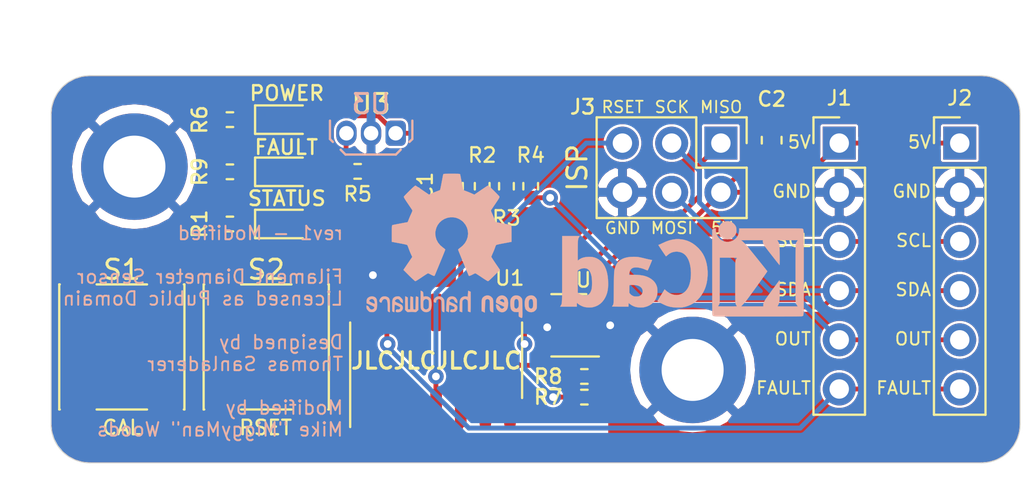
<source format=kicad_pcb>
(kicad_pcb (version 20171130) (host pcbnew "(5.1.9)-1")
  (layers (0 Top signal) (31 Bottom signal) (34 B.Paste user) (35 F.Paste user) (36 B.SilkS user) (37 F.SilkS user) (38 B.Mask user) (39 F.Mask user) (44 Edge.Cuts user))
  (net 0 "")
  (net 1 GND)
  (net 2 /FAULT)
  (net 3 /OUT)
  (net 4 /SDA)
  (net 5 /RESET)
  (net 6 /MISO)
  (net 7 /IN)
  (net 8 /+5v)
  (net 9 "Net-(S1-Pad1)")
  (net 10 /PWM)
  (net 11 "Net-(R5-Pad2)")
  (net 12 "Net-(U1-Pad3)")
  (net 13 "Net-(U1-Pad11)")
  (net 14 "Net-(U1-Pad12)")
  (net 15 /SCL)
  (net 16 "Net-(D1-Pad1)")
  (net 17 "Net-(D2-Pad1)")
  (net 18 "Net-(D3-Pad1)")
  (net 19 /STATUS)
  (module Symbol:KiCad-Logo_5mm_SilkScreen (layer Bottom) (at 156.057762 105.501488 180)
    (fp_text reference REF** hide)
    (fp_text value KiCad-Logo_5mm_SilkScreen hide)
  )
  (module Symbol:OSHW-Logo2_9.8x8mm_SilkScreen (layer Bottom) (at 144.1704 103.7844 180)
    (fp_text reference REF** hide)
    (fp_text value OSHW-Logo2_9.8x8mm_SilkScreen hide)
  )
  (module Connector_PinHeader_2.54mm:PinHeader_2x03_P2.54mm_Vertical (layer Top) (at 158.0596 98.4885 270)
    (fp_text reference J3 (at -1.8696 7.1328 180) (layer F.SilkS) (effects (font (size 0.75 0.75) (thickness 0.13))))
    (fp_text value ISP (at 1.27 7.41 90) (layer F.SilkS))
    (pad 6 thru_hole oval (at 2.54 5.08 270) (size 1.7 1.7) (drill 1) (layers *.Cu *.Mask) (net 1 GND))
    (pad 5 thru_hole oval (at 0 5.08 270) (size 1.7 1.7) (drill 1) (layers *.Cu *.Mask) (net 5 /RESET))
    (pad 4 thru_hole oval (at 2.54 2.54 270) (size 1.7 1.7) (drill 1) (layers *.Cu *.Mask) (net 4 /SDA))
    (pad 3 thru_hole oval (at 0 2.54 270) (size 1.7 1.7) (drill 1) (layers *.Cu *.Mask) (net 15 /SCL))
    (pad 2 thru_hole oval (at 2.54 0 270) (size 1.7 1.7) (drill 1) (layers *.Cu *.Mask) (net 8 /+5v))
    (pad 1 thru_hole rect (at 0 0 270) (size 1.7 1.7) (drill 1) (layers *.Cu *.Mask) (net 6 /MISO))
  )
  (module Package_SO:SOIC-14_3.9x8.7mm_P1.27mm (layer Top) (at 143.3683 109.7036 90)
    (fp_text reference U1 (at 4.2428 3.795001 180) (layer F.SilkS) (effects (font (size 0.75 0.75) (thickness 0.12))))
    (fp_text value ATtiny84-20SSU)
    (pad 1 smd roundrect (at -2.475 -3.81 90) (size 1.95 0.6) (layers Top F.Paste F.Mask) (net 8 /+5v))
    (pad 2 smd roundrect (at -2.475 -2.54 90) (size 1.95 0.6) (layers Top F.Paste F.Mask) (net 19 /STATUS))
    (pad 3 smd roundrect (at -2.475 -1.27 90) (size 1.95 0.6) (layers Top F.Paste F.Mask) (net 12 "Net-(U1-Pad3)"))
    (pad 4 smd roundrect (at -2.475 0 90) (size 1.95 0.6) (layers Top F.Paste F.Mask) (net 5 /RESET))
    (pad 5 smd roundrect (at -2.475 1.27 90) (size 1.95 0.6) (layers Top F.Paste F.Mask) (net 9 "Net-(S1-Pad1)"))
    (pad 6 smd roundrect (at -2.475 2.54 90) (size 1.95 0.6) (layers Top F.Paste F.Mask) (net 10 /PWM))
    (pad 7 smd roundrect (at -2.475 3.81 90) (size 1.95 0.6) (layers Top F.Paste F.Mask) (net 4 /SDA))
    (pad 8 smd roundrect (at 2.475 3.81 90) (size 1.95 0.6) (layers Top F.Paste F.Mask) (net 6 /MISO))
    (pad 9 smd roundrect (at 2.475 2.54 90) (size 1.95 0.6) (layers Top F.Paste F.Mask) (net 15 /SCL))
    (pad 10 smd roundrect (at 2.475 1.27 90) (size 1.95 0.6) (layers Top F.Paste F.Mask) (net 7 /IN))
    (pad 11 smd roundrect (at 2.475 0 90) (size 1.95 0.6) (layers Top F.Paste F.Mask) (net 13 "Net-(U1-Pad11)"))
    (pad 12 smd roundrect (at 2.475 -1.27 90) (size 1.95 0.6) (layers Top F.Paste F.Mask) (net 14 "Net-(U1-Pad12)"))
    (pad 13 smd roundrect (at 2.475 -2.54 90) (size 1.95 0.6) (layers Top F.Paste F.Mask) (net 2 /FAULT))
    (pad 14 smd roundrect (at 2.475 -3.81 90) (size 1.95 0.6) (layers Top F.Paste F.Mask) (net 1 GND))
  )
  (module LED_SMD:LED_0603_1608Metric_Pad1.05x0.95mm_HandSolder (layer Top) (at 135.6868 102.6668)
    (fp_text reference D1)
    (fp_text value STATUS (at -0.0225 -1.3208) (layer F.SilkS) (effects (font (size 0.75 0.75) (thickness 0.13))))
    (pad 1 smd roundrect (at -0.875 0) (size 1.05 0.95) (layers Top F.Paste F.Mask) (net 16 "Net-(D1-Pad1)"))
    (pad 2 smd roundrect (at 0.875 0) (size 1.05 0.95) (layers Top F.Paste F.Mask) (net 19 /STATUS))
  )
  (module MountingHole:MountingHole_3.2mm_M3_ISO14580_Pad (layer Top) (at 156.6011 110.2036)
    (fp_text reference H1)
    (fp_text value MountingHole_Pad)
    (pad 1 thru_hole circle (at 0 0) (size 5.5 5.5) (drill 3.2) (layers *.Cu *.Mask) (net 1 GND))
  )
  (module MountingHole:MountingHole_3.2mm_M3_ISO14580_Pad (layer Top) (at 127.8011 99.7036)
    (fp_text reference H2)
    (fp_text value MountingHole_Pad)
    (pad 1 thru_hole circle (at 0 0) (size 5.5 5.5) (drill 3.2) (layers *.Cu *.Mask) (net 1 GND))
  )
  (module Package_TO_SOT_THT:TO-92Flat (layer Bottom) (at 141.2811 97.9794 180)
    (fp_text reference U3 (at 1.27 1.5102) (layer B.SilkS) (effects (justify mirror)))
    (fp_text value SS49X)
    (pad 2 thru_hole oval (at 1.27 0 180) (size 1.05 1.3) (drill 0.75) (layers *.Cu *.Mask) (net 1 GND))
    (pad 3 thru_hole oval (at 2.54 0 180) (size 1.05 1.3) (drill 0.75) (layers *.Cu *.Mask) (net 11 "Net-(R5-Pad2)"))
    (pad 1 thru_hole roundrect (at 0 0 180) (size 1.05 1.3) (drill 0.75) (layers *.Cu *.Mask) (roundrect_rratio 0.238) (net 8 /+5v))
  )
  (module Resistor_SMD:R_0402_1005Metric_Pad0.72x0.64mm_HandSolder (layer Top) (at 132.7283 102.6668)
    (fp_text reference R1 (at -1.5627 0.00255 90) (layer F.SilkS) (effects (font (size 0.75 0.75) (thickness 0.13))))
    (fp_text value 1k)
    (pad 2 smd roundrect (at 0.5975 0) (size 0.715 0.64) (layers Top F.Paste F.Mask) (net 16 "Net-(D1-Pad1)"))
    (pad 1 smd roundrect (at -0.5975 0) (size 0.715 0.64) (layers Top F.Paste F.Mask) (net 1 GND))
  )
  (module Resistor_SMD:R_0402_1005Metric_Pad0.72x0.64mm_HandSolder (layer Top) (at 145.744925 100.7161 270)
    (fp_text reference R2 (at -1.6053 0 180) (layer F.SilkS) (effects (font (size 0.75 0.75) (thickness 0.12))))
    (fp_text value 36k)
    (pad 2 smd roundrect (at 0.5975 0 270) (size 0.715 0.64) (layers Top F.Paste F.Mask) (net 10 /PWM))
    (pad 1 smd roundrect (at -0.5975 0 270) (size 0.715 0.64) (layers Top F.Paste F.Mask) (net 3 /OUT))
  )
  (module Resistor_SMD:R_0402_1005Metric_Pad0.72x0.64mm_HandSolder (layer Top) (at 146.99595 100.7161 90)
    (fp_text reference R3 (at -1.6459 0 180) (layer F.SilkS) (effects (font (size 0.75 0.75) (thickness 0.12))))
    (fp_text value 9k1)
    (pad 1 smd roundrect (at -0.5975 0 90) (size 0.715 0.64) (layers Top F.Paste F.Mask) (net 1 GND))
    (pad 2 smd roundrect (at 0.5975 0 90) (size 0.715 0.64) (layers Top F.Paste F.Mask) (net 3 /OUT))
  )
  (module Resistor_SMD:R_0402_1005Metric_Pad0.72x0.64mm_HandSolder (layer Top) (at 148.246975 100.7161 90)
    (fp_text reference R4 (at 1.6053 0 180) (layer F.SilkS) (effects (font (size 0.75 0.75) (thickness 0.12))))
    (fp_text value 18k)
    (pad 1 smd roundrect (at -0.5975 0 90) (size 0.715 0.64) (layers Top F.Paste F.Mask) (net 3 /OUT))
    (pad 2 smd roundrect (at 0.5975 0 90) (size 0.715 0.64) (layers Top F.Paste F.Mask) (net 8 /+5v))
  )
  (module Resistor_SMD:R_0402_1005Metric_Pad0.72x0.64mm_HandSolder (layer Top) (at 139.319 99.949 180)
    (fp_text reference R5 (at 0 -1.17) (layer F.SilkS) (effects (font (size 0.75 0.75) (thickness 0.12))))
    (fp_text value 4K7)
    (pad 2 smd roundrect (at 0.5975 0 180) (size 0.715 0.64) (layers Top F.Paste F.Mask) (net 11 "Net-(R5-Pad2)"))
    (pad 1 smd roundrect (at -0.5975 0 180) (size 0.715 0.64) (layers Top F.Paste F.Mask) (net 7 /IN))
  )
  (module Button_Switch_SMD:SW_Push_1P1T_NO_6x6mm_H9.5mm (layer Top) (at 127.1524 109.0168 270)
    (fp_text reference S1 (at -3.9925 0 180) (layer F.SilkS))
    (fp_text value CAL (at 4.1656 0 180) (layer F.SilkS) (effects (font (size 0.75 0.75) (thickness 0.12))))
    (pad 2 smd rect (at -3.975 2.25 270) (size 1.55 1.3) (layers Top F.Paste F.Mask) (net 1 GND))
    (pad 1 smd rect (at -3.975 -2.25 270) (size 1.55 1.3) (layers Top F.Paste F.Mask) (net 9 "Net-(S1-Pad1)"))
    (pad 1 smd rect (at 3.975 -2.25 270) (size 1.55 1.3) (layers Top F.Paste F.Mask) (net 9 "Net-(S1-Pad1)"))
    (pad 2 smd rect (at 3.975 2.25 270) (size 1.55 1.3) (layers Top F.Paste F.Mask) (net 1 GND))
  )
  (module Connector_PinHeader_2.54mm:PinHeader_1x06_P2.54mm_Vertical (layer Top) (at 164.1661 98.4885)
    (fp_text reference J1 (at 0 -2.33) (layer F.SilkS) (effects (font (size 0.75 0.75) (thickness 0.12))))
    (fp_text value OUTPUT)
    (pad 1 thru_hole rect (at 0 0) (size 1.7 1.7) (drill 1) (layers *.Cu *.Mask) (net 8 /+5v))
    (pad 2 thru_hole oval (at 0 2.54) (size 1.7 1.7) (drill 1) (layers *.Cu *.Mask) (net 1 GND))
    (pad 3 thru_hole oval (at 0 5.08) (size 1.7 1.7) (drill 1) (layers *.Cu *.Mask) (net 15 /SCL))
    (pad 4 thru_hole oval (at 0 7.62) (size 1.7 1.7) (drill 1) (layers *.Cu *.Mask) (net 4 /SDA))
    (pad 5 thru_hole oval (at 0 10.16) (size 1.7 1.7) (drill 1) (layers *.Cu *.Mask) (net 3 /OUT))
    (pad 6 thru_hole oval (at 0 12.7) (size 1.7 1.7) (drill 1) (layers *.Cu *.Mask) (net 2 /FAULT))
  )
  (module Capacitor_SMD:C_0603_1608Metric_Pad1.05x0.95mm_HandSolder (layer Top) (at 144.2339 100.7161 90)
    (fp_text reference C1 (at 0 -1.43 90) (layer F.SilkS) (effects (font (size 0.75 0.75) (thickness 0.12))))
    (fp_text value 10uF)
    (pad 1 smd roundrect (at -0.875 0 90) (size 1.05 0.95) (layers Top F.Paste F.Mask) (net 3 /OUT))
    (pad 2 smd roundrect (at 0.875 0 90) (size 1.05 0.95) (layers Top F.Paste F.Mask) (net 1 GND))
  )
  (module Capacitor_SMD:C_0603_1608Metric_Pad1.05x0.95mm_HandSolder (layer Top) (at 160.6804 98.3385 90)
    (fp_text reference C2 (at 2.1233 0 180) (layer F.SilkS) (effects (font (size 0.75 0.75) (thickness 0.13))))
    (fp_text value 10uF)
    (pad 2 smd roundrect (at 0.875 0 90) (size 1.05 0.95) (layers Top F.Paste F.Mask) (net 1 GND))
    (pad 1 smd roundrect (at -0.875 0 90) (size 1.05 0.95) (layers Top F.Paste F.Mask) (net 8 /+5v))
  )
  (module LED_SMD:LED_0603_1608Metric_Pad1.05x0.95mm_HandSolder (layer Top) (at 135.6868 97.276901)
    (fp_text reference D2)
    (fp_text value POWER (at -0.0225 -1.366501) (layer F.SilkS) (effects (font (size 0.75 0.75) (thickness 0.13))))
    (pad 1 smd roundrect (at -0.875 0) (size 1.05 0.95) (layers Top F.Paste F.Mask) (net 17 "Net-(D2-Pad1)"))
    (pad 2 smd roundrect (at 0.875 0) (size 1.05 0.95) (layers Top F.Paste F.Mask) (net 8 /+5v))
  )
  (module Resistor_SMD:R_0402_1005Metric_Pad0.72x0.64mm_HandSolder (layer Top) (at 132.7283 97.276901)
    (fp_text reference R6 (at -1.5627 0.005099 90) (layer F.SilkS) (effects (font (size 0.75 0.75) (thickness 0.13))))
    (fp_text value 1k)
    (pad 1 smd roundrect (at -0.5975 0) (size 0.715 0.64) (layers Top F.Paste F.Mask) (net 1 GND))
    (pad 2 smd roundrect (at 0.5975 0) (size 0.715 0.64) (layers Top F.Paste F.Mask) (net 17 "Net-(D2-Pad1)"))
  )
  (module Button_Switch_SMD:SW_Push_1P1T_NO_6x6mm_H9.5mm (layer Top) (at 134.60285 109.0168 90)
    (fp_text reference S2 (at 3.9925 0 180) (layer F.SilkS))
    (fp_text value RSET (at -4.1656 -0.03365 180) (layer F.SilkS) (effects (font (size 0.75 0.75) (thickness 0.12))))
    (pad 2 smd rect (at -3.975 2.25 90) (size 1.55 1.3) (layers Top F.Paste F.Mask) (net 8 /+5v))
    (pad 1 smd rect (at -3.975 -2.25 90) (size 1.55 1.3) (layers Top F.Paste F.Mask) (net 5 /RESET))
    (pad 1 smd rect (at 3.975 -2.25 90) (size 1.55 1.3) (layers Top F.Paste F.Mask) (net 5 /RESET))
    (pad 2 smd rect (at 3.975 2.25 90) (size 1.55 1.3) (layers Top F.Paste F.Mask) (net 8 /+5v))
  )
  (module Package_TO_SOT_SMD:SOT-23-5 (layer Top) (at 150.2156 107.8992 180)
    (fp_text reference U2 (at -1.115001 2.3368) (layer F.SilkS) (effects (font (size 0.75 0.75) (thickness 0.12))))
    (fp_text value AT24C02D-STUM-T)
    (pad 1 smd rect (at -1.1 -0.95 180) (size 1.06 0.65) (layers Top F.Paste F.Mask) (net 15 /SCL))
    (pad 2 smd rect (at -1.1 0 180) (size 1.06 0.65) (layers Top F.Paste F.Mask) (net 1 GND))
    (pad 3 smd rect (at -1.1 0.95 180) (size 1.06 0.65) (layers Top F.Paste F.Mask) (net 4 /SDA))
    (pad 4 smd rect (at 1.1 0.95 180) (size 1.06 0.65) (layers Top F.Paste F.Mask) (net 8 /+5v))
    (pad 5 smd rect (at 1.1 -0.95 180) (size 1.06 0.65) (layers Top F.Paste F.Mask) (net 1 GND))
  )
  (module Resistor_SMD:R_0402_1005Metric_Pad0.72x0.64mm_HandSolder (layer Top) (at 151.0156 111.6076 180)
    (fp_text reference R7 (at 1.8668 0 180) (layer F.SilkS) (effects (font (size 0.75 0.75) (thickness 0.13))))
    (fp_text value 4k7)
    (pad 1 smd roundrect (at -0.5975 0 180) (size 0.715 0.64) (layers Top F.Paste F.Mask) (net 4 /SDA))
    (pad 2 smd roundrect (at 0.5975 0 180) (size 0.715 0.64) (layers Top F.Paste F.Mask) (net 8 /+5v))
  )
  (module Resistor_SMD:R_0402_1005Metric_Pad0.72x0.64mm_HandSolder (layer Top) (at 151.0156 110.5408 180)
    (fp_text reference R8 (at 1.8668 0) (layer F.SilkS) (effects (font (size 0.75 0.75) (thickness 0.13))))
    (fp_text value 4k7)
    (pad 2 smd roundrect (at 0.5975 0 180) (size 0.715 0.64) (layers Top F.Paste F.Mask) (net 8 /+5v))
    (pad 1 smd roundrect (at -0.5975 0 180) (size 0.715 0.64) (layers Top F.Paste F.Mask) (net 15 /SCL))
  )
  (module LED_SMD:LED_0603_1608Metric_Pad1.05x0.95mm_HandSolder (layer Top) (at 135.6868 99.97185)
    (fp_text reference D3)
    (fp_text value FAULT (at -0.0508 -1.27) (layer F.SilkS) (effects (font (size 0.75 0.75) (thickness 0.13))))
    (pad 1 smd roundrect (at -0.875 0) (size 1.05 0.95) (layers Top F.Paste F.Mask) (net 18 "Net-(D3-Pad1)"))
    (pad 2 smd roundrect (at 0.875 0) (size 1.05 0.95) (layers Top F.Paste F.Mask) (net 2 /FAULT))
  )
  (module Resistor_SMD:R_0402_1005Metric_Pad0.72x0.64mm_HandSolder (layer Top) (at 132.7283 99.97185)
    (fp_text reference R9 (at -1.5627 0 90) (layer F.SilkS) (effects (font (size 0.75 0.75) (thickness 0.13))))
    (fp_text value 1k)
    (pad 2 smd roundrect (at 0.5975 0) (size 0.715 0.64) (layers Top F.Paste F.Mask) (net 18 "Net-(D3-Pad1)"))
    (pad 1 smd roundrect (at -0.5975 0) (size 0.715 0.64) (layers Top F.Paste F.Mask) (net 1 GND))
  )
  (module Connector_PinHeader_2.54mm:PinHeader_1x06_P2.54mm_Vertical (layer Top) (at 170.3832 98.4885)
    (fp_text reference J2 (at 0 -2.33) (layer F.SilkS) (effects (font (size 0.75 0.75) (thickness 0.12))))
    (fp_text value OUTPUT)
    (pad 1 thru_hole rect (at 0 0) (size 1.7 1.7) (drill 1) (layers *.Cu *.Mask) (net 8 /+5v))
    (pad 2 thru_hole oval (at 0 2.54) (size 1.7 1.7) (drill 1) (layers *.Cu *.Mask) (net 1 GND))
    (pad 3 thru_hole oval (at 0 5.08) (size 1.7 1.7) (drill 1) (layers *.Cu *.Mask) (net 15 /SCL))
    (pad 4 thru_hole oval (at 0 7.62) (size 1.7 1.7) (drill 1) (layers *.Cu *.Mask) (net 4 /SDA))
    (pad 5 thru_hole oval (at 0 10.16) (size 1.7 1.7) (drill 1) (layers *.Cu *.Mask) (net 3 /OUT))
    (pad 6 thru_hole oval (at 0 12.7) (size 1.7 1.7) (drill 1) (layers *.Cu *.Mask) (net 2 /FAULT))
  )
  (gr_text JLCJLCJLCJLC (at 143.3683 109.728) (layer F.SilkS) (effects (font (size 0.85 0.85) (thickness 0.16))))
  (gr_text 5V (at 161.457277 98.819) (layer F.SilkS) (effects (font (size 0.65 0.65) (thickness 0.1)) (justify left bottom)))
  (gr_text SCL (at 160.838229 103.899) (layer F.SilkS) (effects (font (size 0.65 0.65) (thickness 0.1)) (justify left bottom)))
  (gr_text SDA (at 160.807277 106.439) (layer F.SilkS) (effects (font (size 0.65 0.65) (thickness 0.1)) (justify left bottom)))
  (gr_text OUT (at 160.776324 108.979) (layer F.SilkS) (effects (font (size 0.65 0.65) (thickness 0.1)) (justify left bottom)))
  (gr_text GND (at 160.652515 101.359) (layer F.SilkS) (effects (font (size 0.65 0.65) (thickness 0.1)) (justify left bottom)))
  (gr_text 5V (at 167.654877 98.819) (layer F.SilkS) (effects (font (size 0.65 0.65) (thickness 0.1)) (justify left bottom)))
  (gr_text GND (at 166.850115 101.359) (layer F.SilkS) (effects (font (size 0.65 0.65) (thickness 0.1)) (justify left bottom)))
  (gr_text SCL (at 167.035829 103.899) (layer F.SilkS) (effects (font (size 0.65 0.65) (thickness 0.1)) (justify left bottom)))
  (gr_text SDA (at 167.004877 106.439) (layer F.SilkS) (effects (font (size 0.65 0.65) (thickness 0.1)) (justify left bottom)))
  (gr_text OUT (at 166.973924 108.979) (layer F.SilkS) (effects (font (size 0.65 0.65) (thickness 0.1)) (justify left bottom)))
  (gr_text FAULT (at 159.8168 111.519) (layer F.SilkS) (effects (font (size 0.65 0.65) (thickness 0.1)) (justify left bottom)))
  (gr_text 5V (at 157.500315 103.2256) (layer F.SilkS) (effects (font (size 0.6 0.6) (thickness 0.09)) (justify left bottom)))
  (gr_text MOSI (at 154.388886 103.2256) (layer F.SilkS) (effects (font (size 0.6 0.6) (thickness 0.09)) (justify left bottom)))
  (gr_text GND (at 152.020315 103.2256) (layer F.SilkS) (effects (font (size 0.6 0.6) (thickness 0.09)) (justify left bottom)))
  (gr_text RSET (at 151.848886 96.9772) (layer F.SilkS) (effects (font (size 0.6 0.6) (thickness 0.09)) (justify left bottom)))
  (gr_text SCK (at 154.588886 96.9772) (layer F.SilkS) (effects (font (size 0.6 0.6) (thickness 0.09)) (justify left bottom)))
  (gr_text MISO (at 156.928886 96.9772) (layer F.SilkS) (effects (font (size 0.6 0.6) (thickness 0.09)) (justify left bottom)))
  (gr_text U3 (at 140.0111 96.4692) (layer F.SilkS) (effects (font (size 1 1))))
  (gr_text FAULT (at 166.0144 111.519) (layer F.SilkS) (effects (font (size 0.65 0.65) (thickness 0.1)) (justify left bottom)))
  (gr_line (start 123.5011 97.0036) (end 123.5011 113.0036) (layer Edge.Cuts) (width 0.05))
  (gr_line (start 125.5011 95.0036) (end 171.5011 95.0036) (layer Edge.Cuts) (width 0.05))
  (gr_line (start 173.5011 97.0036) (end 173.5011 113.0036) (layer Edge.Cuts) (width 0.05))
  (gr_line (start 171.5011 115.0036) (end 125.5011 115.0036) (layer Edge.Cuts) (width 0.05))
  (gr_text "rev1 - Modified\n\nFilament Diameter Sensor\nLicensed as Public Domain\n\nDesigned by\nThomas Sanladerer\n\nModified by \nMike \"MiggyMan\" Woods" (at 138.6332 113.6904) (layer B.SilkS) (effects (font (size 0.7 0.7) (thickness 0.1)) (justify left bottom mirror)))
  (gr_arc (start 125.5011 97.0036) (end 123.5011 97.0036) (angle 90) (layer Edge.Cuts) (width 0.05))
  (gr_arc (start 125.5011 113.0036) (end 123.5011 113.0036) (angle -90) (layer Edge.Cuts) (width 0.05))
  (gr_arc (start 171.5011 113.0036) (end 173.5011 113.0036) (angle 90) (layer Edge.Cuts) (width 0.05))
  (gr_arc (start 171.5011 97.0036) (end 171.5011 95.0036) (angle 90) (layer Edge.Cuts) (width 0.05))
  (via (at 149.098 108.0008) (size 0.8) (drill 0.4) (layers Top Bottom) (net 1))
  (segment (start 149.1156 108.0184) (end 149.098 108.0008) (width 0.25) (layer Top) (net 1))
  (segment (start 149.1156 108.8492) (end 149.1156 108.0184) (width 0.25) (layer Top) (net 1))
  (via (at 152.3492 107.8992) (size 0.8) (drill 0.4) (layers Top Bottom) (net 1))
  (segment (start 151.3156 107.8992) (end 152.3492 107.8992) (width 0.25) (layer Top) (net 1))
  (via (at 140.1064 105.3084) (size 0.8) (drill 0.4) (layers Top Bottom) (net 1))
  (segment (start 139.5583 105.8565) (end 140.1064 105.3084) (width 0.25) (layer Top) (net 1))
  (segment (start 139.5583 107.2286) (end 139.5583 105.8565) (width 0.25) (layer Top) (net 1))
  (segment (start 164.1661 101.0285) (end 170.3832 101.0285) (width 0.25) (layer Top) (net 1))
  (segment (start 140.8283 104.23835) (end 140.8283 107.2286) (width 0.25) (layer Top) (net 2))
  (segment (start 136.5618 99.97185) (end 140.8283 104.23835) (width 0.25) (layer Top) (net 2))
  (via (at 140.8684 108.8644) (size 0.8) (drill 0.4) (layers Top Bottom) (net 2))
  (segment (start 140.8283 108.8243) (end 140.8684 108.8644) (width 0.25) (layer Top) (net 2))
  (segment (start 140.8283 107.2286) (end 140.8283 108.8243) (width 0.25) (layer Top) (net 2))
  (segment (start 140.8684 109.016562) (end 145.057439 113.205601) (width 0.25) (layer Bottom) (net 2))
  (segment (start 140.8684 108.8644) (end 140.8684 109.016562) (width 0.25) (layer Bottom) (net 2))
  (segment (start 164.1661 111.1885) (end 170.3832 111.1885) (width 0.25) (layer Top) (net 2))
  (segment (start 162.148999 113.205601) (end 164.1661 111.1885) (width 0.25) (layer Bottom) (net 2))
  (segment (start 145.057439 113.205601) (end 162.148999 113.205601) (width 0.25) (layer Bottom) (net 2))
  (segment (start 140.8283 111.2036) (end 137.754851 108.130151) (width 0.25) (layer Top) (net 19))
  (segment (start 140.8283 112.1786) (end 140.8283 111.2036) (width 0.25) (layer Top) (net 19))
  (segment (start 164.1411 108.6536) (end 164.1411 108.7886) (width 0.254) (layer Bottom) (net 3))
  (segment (start 164.1411 108.6536) (end 164.1411 108.7886) (width 0.254) (layer Top) (net 3))
  (segment (start 144.272425 101.5911) (end 145.744925 100.1186) (width 0.25) (layer Top) (net 3))
  (segment (start 144.2339 101.5911) (end 144.272425 101.5911) (width 0.25) (layer Top) (net 3))
  (segment (start 145.744925 100.1186) (end 146.99595 100.1186) (width 0.25) (layer Top) (net 3))
  (segment (start 147.051975 100.1186) (end 148.246975 101.3136) (width 0.25) (layer Top) (net 3))
  (segment (start 146.99595 100.1186) (end 147.051975 100.1186) (width 0.25) (layer Top) (net 3))
  (via (at 149.2504 101.3136) (size 0.8) (drill 0.4) (layers Top Bottom) (net 3))
  (segment (start 149.232 101.3136) (end 149.2504 101.2952) (width 0.2) (layer Top) (net 3))
  (segment (start 148.246975 101.3136) (end 149.2504 101.3136) (width 0.25) (layer Top) (net 3))
  (segment (start 164.1661 108.6485) (end 170.3832 108.6485) (width 0.25) (layer Top) (net 3))
  (segment (start 162.003109 106.485509) (end 164.1661 108.6485) (width 0.25) (layer Bottom) (net 3))
  (segment (start 154.422309 106.485509) (end 162.003109 106.485509) (width 0.25) (layer Bottom) (net 3))
  (segment (start 149.2504 101.3136) (end 154.422309 106.485509) (width 0.25) (layer Bottom) (net 3))
  (segment (start 164.1411 106.1136) (end 164.1411 106.2486) (width 0.254) (layer Bottom) (net 4))
  (segment (start 164.1411 106.1136) (end 164.1411 106.2486) (width 0.254) (layer Top) (net 4))
  (segment (start 151.3156 106.9492) (end 151.674202 106.9492) (width 0.25) (layer Top) (net 4))
  (segment (start 150.7421 112.4786) (end 151.6131 111.6076) (width 0.25) (layer Top) (net 4))
  (segment (start 147.4783 112.4786) (end 150.7421 112.4786) (width 0.25) (layer Top) (net 4))
  (segment (start 147.1783 112.1786) (end 147.4783 112.4786) (width 0.25) (layer Top) (net 4))
  (segment (start 152.364162 106.9492) (end 151.3156 106.9492) (width 0.25) (layer Top) (net 4))
  (segment (start 153.001201 107.586239) (end 152.364162 106.9492) (width 0.25) (layer Top) (net 4))
  (segment (start 153.001201 110.219499) (end 153.001201 107.586239) (width 0.25) (layer Top) (net 4))
  (segment (start 151.6131 111.6076) (end 153.001201 110.219499) (width 0.25) (layer Top) (net 4))
  (segment (start 160.5996 106.1085) (end 164.1661 106.1085) (width 0.25) (layer Bottom) (net 4))
  (segment (start 155.5196 101.0285) (end 160.5996 106.1085) (width 0.25) (layer Bottom) (net 4))
  (segment (start 164.1661 106.1085) (end 170.3832 106.1085) (width 0.25) (layer Top) (net 4))
  (segment (start 163.3254 106.9492) (end 164.1661 106.1085) (width 0.25) (layer Top) (net 4))
  (segment (start 151.3156 106.9492) (end 163.3254 106.9492) (width 0.25) (layer Top) (net 4))
  (segment (start 164.1411 103.5736) (end 164.1411 103.7086) (width 0.254) (layer Bottom) (net 15))
  (segment (start 164.1411 103.5736) (end 164.1411 103.7086) (width 0.254) (layer Top) (net 15))
  (segment (start 138.7215 97.999) (end 138.7411 97.9794) (width 0.25) (layer Top) (net 11))
  (segment (start 138.7215 99.949) (end 138.7215 97.999) (width 0.25) (layer Top) (net 11))
  (segment (start 143.3683 113.1536) (end 143.3683 112.1786) (width 0.25) (layer Top) (net 5))
  (segment (start 142.503099 114.018801) (end 143.3683 113.1536) (width 0.25) (layer Top) (net 5))
  (segment (start 133.379851 114.018801) (end 142.503099 114.018801) (width 0.25) (layer Top) (net 5))
  (segment (start 132.35285 112.9918) (end 133.379851 114.018801) (width 0.25) (layer Top) (net 5))
  (segment (start 143.3576 112.1679) (end 143.3683 112.1786) (width 0.25) (layer Top) (net 5))
  (segment (start 143.3576 110.5408) (end 143.3576 112.1679) (width 0.25) (layer Top) (net 5))
  (via (at 143.3576 110.5408) (size 0.8) (drill 0.4) (layers Top Bottom) (net 5))
  (segment (start 132.35285 112.9918) (end 132.35285 105.0418) (width 0.25) (layer Top) (net 5))
  (segment (start 152.9796 98.4885) (end 152.9796 98.549362) (width 0.25) (layer Bottom) (net 5))
  (segment (start 143.3576 106.241438) (end 143.3576 110.5408) (width 0.25) (layer Bottom) (net 5))
  (segment (start 151.110538 98.4885) (end 143.3576 106.241438) (width 0.25) (layer Bottom) (net 5))
  (segment (start 152.9796 98.4885) (end 151.110538 98.4885) (width 0.25) (layer Bottom) (net 5))
  (segment (start 151.59242 102.81448) (end 147.1783 107.2286) (width 0.25) (layer Top) (net 6))
  (segment (start 155.364582 102.81448) (end 151.59242 102.81448) (width 0.25) (layer Top) (net 6))
  (segment (start 156.957599 101.221463) (end 155.364582 102.81448) (width 0.25) (layer Top) (net 6))
  (segment (start 156.957599 99.590501) (end 156.957599 101.221463) (width 0.25) (layer Top) (net 6))
  (segment (start 158.0596 98.4885) (end 156.957599 99.590501) (width 0.25) (layer Top) (net 6))
  (segment (start 144.6383 104.6708) (end 139.9165 99.949) (width 0.25) (layer Top) (net 7))
  (segment (start 144.6383 107.2286) (end 144.6383 104.6708) (width 0.25) (layer Top) (net 7))
  (segment (start 150.4181 111.6076) (end 150.4181 110.5408) (width 0.25) (layer Top) (net 8))
  (segment (start 136.85285 109.47315) (end 139.5583 112.1786) (width 0.25) (layer Top) (net 8))
  (segment (start 136.85285 105.0418) (end 136.85285 109.47315) (width 0.25) (layer Top) (net 8))
  (segment (start 141.6229 97.6376) (end 141.2811 97.9794) (width 0.25) (layer Top) (net 8))
  (segment (start 147.936122 100.1186) (end 148.246975 100.1186) (width 0.25) (layer Top) (net 8))
  (segment (start 145.796922 97.9794) (end 147.936122 100.1186) (width 0.25) (layer Top) (net 8))
  (segment (start 141.2811 97.9794) (end 145.796922 97.9794) (width 0.25) (layer Top) (net 8))
  (segment (start 138.7451 112.9918) (end 139.5583 112.1786) (width 0.25) (layer Top) (net 8))
  (segment (start 136.85285 112.9918) (end 138.7451 112.9918) (width 0.25) (layer Top) (net 8))
  (segment (start 140.37909 97.07739) (end 141.2811 97.9794) (width 0.25) (layer Top) (net 8))
  (segment (start 136.761311 97.07739) (end 140.37909 97.07739) (width 0.25) (layer Top) (net 8))
  (segment (start 136.5618 97.276901) (end 136.761311 97.07739) (width 0.25) (layer Top) (net 8))
  (segment (start 135.78479 98.053911) (end 136.5618 97.276901) (width 0.25) (layer Top) (net 8))
  (segment (start 135.78479 104.87374) (end 135.78479 98.053911) (width 0.25) (layer Top) (net 8))
  (segment (start 135.95285 105.0418) (end 135.78479 104.87374) (width 0.25) (layer Top) (net 8))
  (segment (start 136.85285 105.0418) (end 135.95285 105.0418) (width 0.25) (layer Top) (net 8))
  (via (at 147.9296 108.8644) (size 0.8) (drill 0.4) (layers Top Bottom) (net 8))
  (via (at 149.4028 111.6076) (size 0.8) (drill 0.4) (layers Top Bottom) (net 8))
  (segment (start 161.6261 101.0285) (end 164.1661 98.4885) (width 0.25) (layer Top) (net 8))
  (segment (start 164.1661 98.4885) (end 170.3832 98.4885) (width 0.25) (layer Top) (net 8))
  (segment (start 147.9296 108.1352) (end 149.1156 106.9492) (width 0.25) (layer Top) (net 8))
  (segment (start 147.9296 108.8644) (end 147.9296 108.1352) (width 0.25) (layer Top) (net 8))
  (segment (start 150.4181 111.6076) (end 149.4028 111.6076) (width 0.25) (layer Top) (net 8))
  (segment (start 147.9296 110.1344) (end 149.4028 111.6076) (width 0.25) (layer Bottom) (net 8))
  (segment (start 147.9296 108.8644) (end 147.9296 110.1344) (width 0.25) (layer Bottom) (net 8))
  (segment (start 150.979076 97.386499) (end 148.246975 100.1186) (width 0.25) (layer Top) (net 8))
  (segment (start 155.89661 103.19149) (end 158.0596 101.0285) (width 0.25) (layer Top) (net 8))
  (segment (start 152.87331 103.19149) (end 155.89661 103.19149) (width 0.25) (layer Top) (net 8))
  (segment (start 149.1156 106.9492) (end 152.87331 103.19149) (width 0.25) (layer Top) (net 8))
  (segment (start 159.161601 99.926499) (end 158.0596 101.0285) (width 0.25) (layer Top) (net 8))
  (segment (start 159.161601 97.436899) (end 159.161601 99.926499) (width 0.25) (layer Top) (net 8))
  (segment (start 159.111201 97.386499) (end 159.161601 97.436899) (width 0.25) (layer Top) (net 8))
  (segment (start 150.979076 97.386499) (end 159.111201 97.386499) (width 0.25) (layer Top) (net 8))
  (segment (start 160.6804 100.9904) (end 160.7185 101.0285) (width 0.25) (layer Top) (net 8))
  (segment (start 160.6804 99.2135) (end 160.6804 100.9904) (width 0.25) (layer Top) (net 8))
  (segment (start 160.7185 101.0285) (end 161.6261 101.0285) (width 0.25) (layer Top) (net 8))
  (segment (start 158.0596 101.0285) (end 160.7185 101.0285) (width 0.25) (layer Top) (net 8))
  (segment (start 130.806411 114.395811) (end 129.4024 112.9918) (width 0.25) (layer Top) (net 9))
  (segment (start 143.396089 114.395811) (end 130.806411 114.395811) (width 0.25) (layer Top) (net 9))
  (segment (start 144.6383 113.1536) (end 143.396089 114.395811) (width 0.25) (layer Top) (net 9))
  (segment (start 144.6383 112.1786) (end 144.6383 113.1536) (width 0.25) (layer Top) (net 9))
  (segment (start 129.4024 112.9918) (end 129.4024 105.0418) (width 0.25) (layer Top) (net 9))
  (segment (start 145.19031 101.868215) (end 145.744925 101.3136) (width 0.25) (layer Top) (net 10))
  (segment (start 145.19031 111.46061) (end 145.19031 101.868215) (width 0.25) (layer Top) (net 10))
  (segment (start 145.9083 112.1786) (end 145.19031 111.46061) (width 0.25) (layer Top) (net 10))
  (segment (start 150.956998 108.8492) (end 150.533599 108.425801) (width 0.25) (layer Top) (net 15))
  (segment (start 151.3156 108.8492) (end 150.956998 108.8492) (width 0.25) (layer Top) (net 15))
  (segment (start 151.6131 109.1467) (end 151.3156 108.8492) (width 0.25) (layer Top) (net 15))
  (segment (start 151.6131 110.5408) (end 151.6131 109.1467) (width 0.25) (layer Top) (net 15))
  (segment (start 151.04109 109.96879) (end 151.6131 110.5408) (width 0.25) (layer Top) (net 15))
  (segment (start 147.67349 109.96879) (end 151.04109 109.96879) (width 0.25) (layer Top) (net 15))
  (segment (start 145.9083 108.2036) (end 147.67349 109.96879) (width 0.25) (layer Top) (net 15))
  (segment (start 145.9083 107.2286) (end 145.9083 108.2036) (width 0.25) (layer Top) (net 15))
  (segment (start 158.968638 103.5685) (end 164.1661 103.5685) (width 0.25) (layer Bottom) (net 15))
  (segment (start 156.957599 101.557461) (end 158.968638 103.5685) (width 0.25) (layer Bottom) (net 15))
  (segment (start 156.957599 99.926499) (end 156.957599 101.557461) (width 0.25) (layer Bottom) (net 15))
  (segment (start 155.5196 98.4885) (end 156.957599 99.926499) (width 0.25) (layer Bottom) (net 15))
  (segment (start 164.1661 103.5685) (end 170.3832 103.5685) (width 0.25) (layer Top) (net 15))
  (segment (start 153.387698 103.5685) (end 164.1661 103.5685) (width 0.25) (layer Top) (net 15))
  (segment (start 150.533599 106.422599) (end 153.387698 103.5685) (width 0.25) (layer Top) (net 15))
  (segment (start 150.533599 108.425801) (end 150.533599 106.422599) (width 0.25) (layer Top) (net 15))
  (segment (start 133.3258 102.6668) (end 134.8118 102.6668) (width 0.25) (layer Top) (net 16))
  (segment (start 133.3258 97.276901) (end 134.8118 97.276901) (width 0.25) (layer Top) (net 17))
  (segment (start 134.8118 99.97185) (end 133.3258 99.97185) (width 0.25) (layer Top) (net 18))
  (segment (start 137.754851 103.859851) (end 137.754851 108.130151) (width 0.25) (layer Top) (net 19))
  (segment (start 136.5618 102.6668) (end 137.754851 103.859851) (width 0.25) (layer Top) (net 19))
  (zone (net 1) (net_name GND) (layer Bottom) (priority 6) (connect_pads (clearance 0.000001)) (min_thickness 0.2032) (fill yes (arc_segments 32) (thermal_gap 0.4564) (thermal_bridge_width 0.4564))
    (polygon (pts (xy 173.7043 115.2068) (xy 123.2979 115.2068) (xy 123.2979 94.8004) (xy 173.7043 94.8004)))
  )
  (zone (net 1) (net_name GND) (layer Top) (priority 3) (connect_pads (clearance 0.000001)) (min_thickness 0.2032) (fill yes (arc_segments 32) (thermal_gap 0.4564) (thermal_bridge_width 0.4564))
    (polygon (pts (xy 173.7043 115.2068) (xy 123.2979 115.2068) (xy 123.2979 94.8004) (xy 173.7043 94.8004)))
  )
  (zone (net 0) (net_name "") (layer Top) (connect_pads (clearance 0.000001)) (min_thickness 0.0762)
    (keepout (tracks allowed) (vias not_allowed) (copperpour not_allowed))
    (fill (arc_segments 32) (thermal_gap 0.2024) (thermal_bridge_width 0.2024))
    (polygon (pts (xy 152.2476 113.538) (xy 138.7094 113.538) (xy 138.7094 105.918) (xy 152.2476 105.918)))
  )
)
</source>
